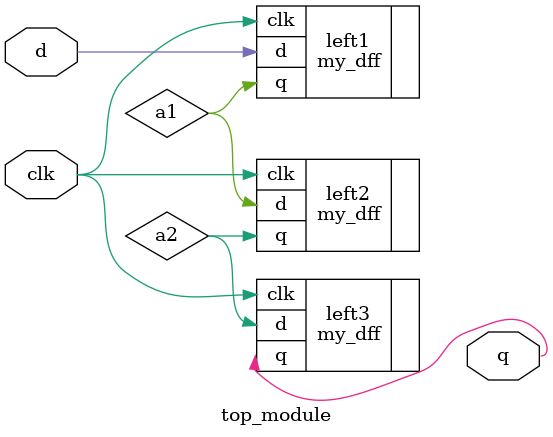
<source format=v>
module top_module ( input clk, input d, output q );
    wire a1,a2;
    
    my_dff left1 (.d(d), .clk(clk), .q(a1));
    my_dff left2 (.d(a1), .clk(clk), .q(a2));
    my_dff left3 (.d(a2), .clk(clk), .q(q));

endmodule

</source>
